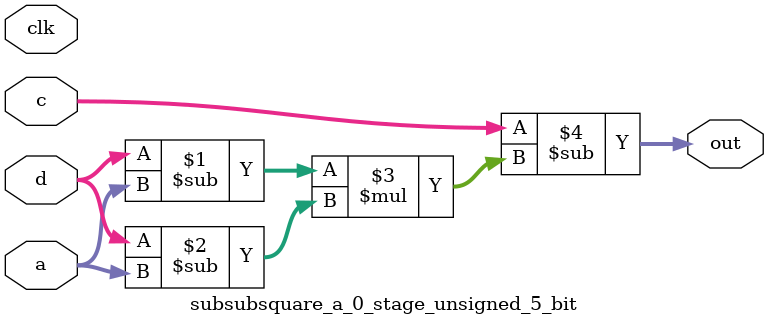
<source format=sv>
(* use_dsp = "yes" *) module subsubsquare_a_0_stage_unsigned_5_bit(
	input  [4:0] a,
	input  [4:0] c,
	input  [4:0] d,
	output [4:0] out,
	input clk);

	assign out = c - ((d - a) * (d - a));
endmodule

</source>
